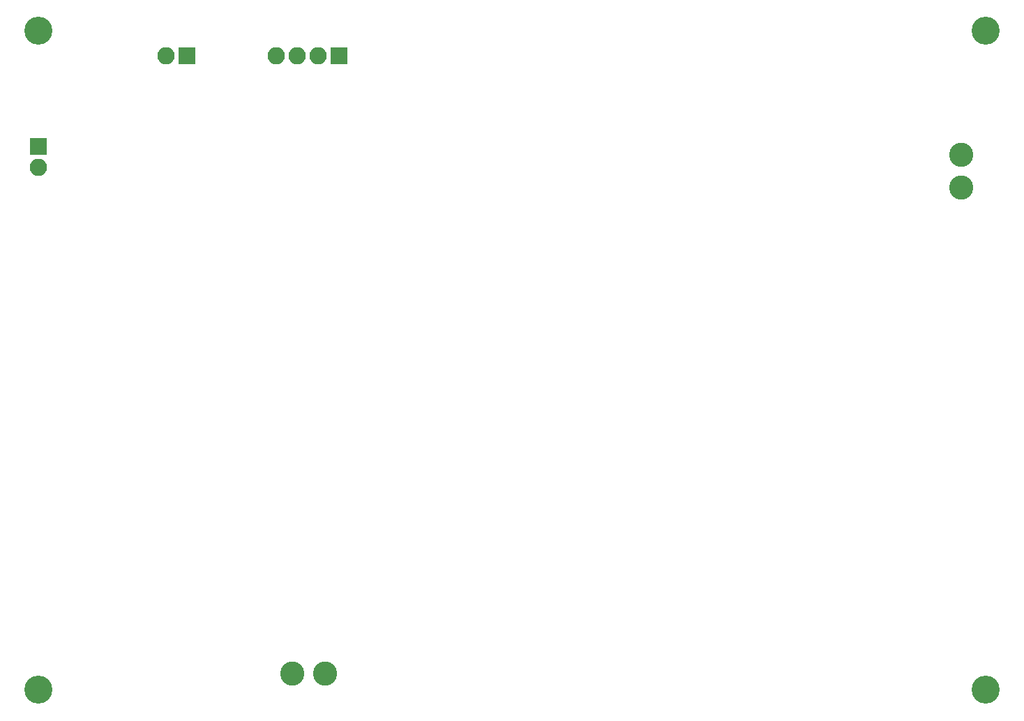
<source format=gbr>
G04 #@! TF.GenerationSoftware,KiCad,Pcbnew,(5.0.0)*
G04 #@! TF.CreationDate,2019-07-23T14:55:16-07:00*
G04 #@! TF.ProjectId,Test Project,546573742050726F6A6563742E6B6963,rev?*
G04 #@! TF.SameCoordinates,Original*
G04 #@! TF.FileFunction,Soldermask,Bot*
G04 #@! TF.FilePolarity,Negative*
%FSLAX46Y46*%
G04 Gerber Fmt 4.6, Leading zero omitted, Abs format (unit mm)*
G04 Created by KiCad (PCBNEW (5.0.0)) date 07/23/19 14:55:16*
%MOMM*%
%LPD*%
G01*
G04 APERTURE LIST*
%ADD10C,3.400000*%
%ADD11O,2.100000X2.100000*%
%ADD12R,2.100000X2.100000*%
%ADD13C,2.940000*%
G04 APERTURE END LIST*
D10*
G04 #@! TO.C,REF\002A\002A*
X5000000Y5000000D03*
G04 #@! TD*
G04 #@! TO.C,REF\002A\002A*
X120000000Y5000000D03*
G04 #@! TD*
G04 #@! TO.C,REF\002A\002A*
X120000000Y85000000D03*
G04 #@! TD*
D11*
G04 #@! TO.C,J5*
X20460000Y82000000D03*
D12*
X23000000Y82000000D03*
G04 #@! TD*
G04 #@! TO.C,J3*
X5000000Y71000000D03*
D11*
X5000000Y68460000D03*
G04 #@! TD*
D12*
G04 #@! TO.C,J2*
X41500000Y82000000D03*
D11*
X38960000Y82000000D03*
X36420000Y82000000D03*
X33880000Y82000000D03*
G04 #@! TD*
D13*
G04 #@! TO.C,J4*
X117000000Y66018800D03*
X117000000Y69981200D03*
G04 #@! TD*
G04 #@! TO.C,J1*
X35855800Y6985000D03*
X39818200Y6985000D03*
G04 #@! TD*
D10*
G04 #@! TO.C,REF\002A\002A*
X5000000Y85000000D03*
G04 #@! TD*
M02*

</source>
